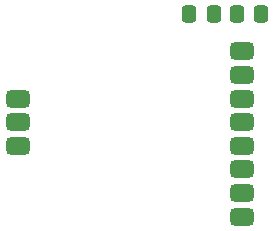
<source format=gbr>
%TF.GenerationSoftware,KiCad,Pcbnew,7.0.1*%
%TF.CreationDate,2023-04-28T09:32:53+02:00*%
%TF.ProjectId,CC1101_ANT,43433131-3031-45f4-914e-542e6b696361,rev?*%
%TF.SameCoordinates,Original*%
%TF.FileFunction,Paste,Top*%
%TF.FilePolarity,Positive*%
%FSLAX46Y46*%
G04 Gerber Fmt 4.6, Leading zero omitted, Abs format (unit mm)*
G04 Created by KiCad (PCBNEW 7.0.1) date 2023-04-28 09:32:53*
%MOMM*%
%LPD*%
G01*
G04 APERTURE LIST*
G04 Aperture macros list*
%AMRoundRect*
0 Rectangle with rounded corners*
0 $1 Rounding radius*
0 $2 $3 $4 $5 $6 $7 $8 $9 X,Y pos of 4 corners*
0 Add a 4 corners polygon primitive as box body*
4,1,4,$2,$3,$4,$5,$6,$7,$8,$9,$2,$3,0*
0 Add four circle primitives for the rounded corners*
1,1,$1+$1,$2,$3*
1,1,$1+$1,$4,$5*
1,1,$1+$1,$6,$7*
1,1,$1+$1,$8,$9*
0 Add four rect primitives between the rounded corners*
20,1,$1+$1,$2,$3,$4,$5,0*
20,1,$1+$1,$4,$5,$6,$7,0*
20,1,$1+$1,$6,$7,$8,$9,0*
20,1,$1+$1,$8,$9,$2,$3,0*%
G04 Aperture macros list end*
%ADD10RoundRect,0.250000X0.337500X0.475000X-0.337500X0.475000X-0.337500X-0.475000X0.337500X-0.475000X0*%
%ADD11RoundRect,0.375000X0.625000X-0.375000X0.625000X0.375000X-0.625000X0.375000X-0.625000X-0.375000X0*%
%ADD12RoundRect,0.250000X-0.337500X-0.475000X0.337500X-0.475000X0.337500X0.475000X-0.337500X0.475000X0*%
G04 APERTURE END LIST*
D10*
%TO.C,C1*%
X141775000Y-39370000D03*
X139700000Y-39370000D03*
%TD*%
D11*
%TO.C,U1*%
X144145000Y-42545000D03*
X144145000Y-44545000D03*
X144145000Y-46545000D03*
X144145000Y-48545000D03*
X144145000Y-50545000D03*
X144145000Y-52545000D03*
X144145000Y-54545000D03*
X144145000Y-56545000D03*
X125245000Y-50545000D03*
X125245000Y-48545000D03*
X125245000Y-46545000D03*
%TD*%
D12*
%TO.C,C2*%
X143742500Y-39370000D03*
X145817500Y-39370000D03*
%TD*%
M02*

</source>
